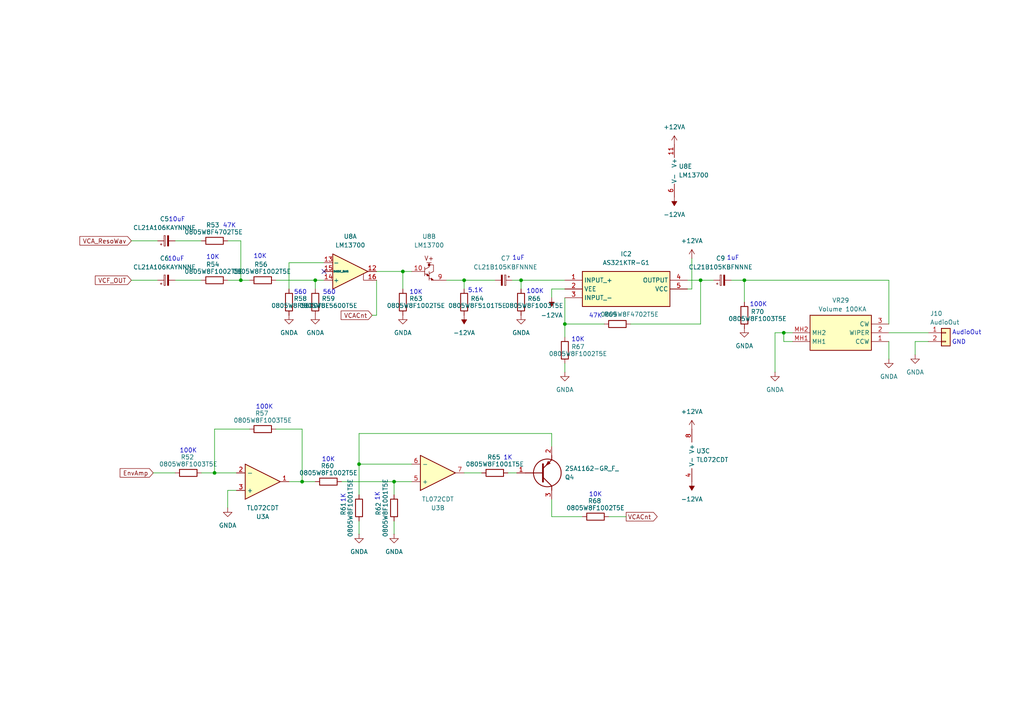
<source format=kicad_sch>
(kicad_sch (version 20250114) (generator "eeschema") (generator_version "9.0")
  (paper "A4")
  (lib_symbols
    (symbol "Amplifier_Operational:LM13700" (pin_names (offset 0.127))
      (property "Reference" "U" (at 3.81 5.08 0))
      (property "Value" "LM13700" (at 5.08 -5.08 0))
      (symbol "LM13700_1_1"
        (polyline (pts (xy 3.81 -0.635) (xy 3.81 -2.54) (xy 5.08 -2.54)))
        (polyline (pts (xy 5.08 0) (xy -5.08 -5.08) (xy -5.08 5.08) (xy 5.08 0)) (stroke (width 0.254)) (fill (type background)))
        (pin input line (at -7.62 2.54 0) (length 2.54) (name "-") (number "13"))
        (pin input line (at -7.62 0 0) (length 2.54) (name "DIODE_BIAS") (number "15"))
        (pin input line (at -7.62 -2.54 0) (length 2.54) (name "+") (number "14"))
        (pin output line (at 7.62 0 180) (length 2.54) (name "~") (number "12"))
        (pin input line (at 7.62 -2.54 180) (length 2.54) (name "~") (number "16"))
      )
      (symbol "LM13700_2_0"
        (polyline (pts (xy -1.905 2.54) (xy -3.175 2.54)))
      )
      (symbol "LM13700_2_1"
        (polyline (pts (xy -3.81 1.27) (xy -3.81 -1.27)))
        (polyline (pts (xy -3.81 0.635) (xy -2.54 1.27) (xy -2.54 1.905) (xy -2.54 2.54)))
        (polyline (pts (xy -3.81 -0.635) (xy -2.54 -1.27)))
        (circle (center -2.54 1.905) (radius 0.254) (stroke (width 0.254)) (fill (type outline)))
        (polyline (pts (xy -2.54 0) (xy -2.54 -2.54)))
        (polyline (pts (xy -2.54 -0.635) (xy -1.27 0) (xy -1.27 1.905) (xy -2.54 1.905)))
        (polyline (pts (xy -2.54 -1.27) (xy -3.175 -0.635) (xy -3.175 -1.27) (xy -2.54 -1.27)) (fill (type outline)))
        (polyline (pts (xy -2.54 -1.905) (xy -1.27 -2.54)))
        (polyline (pts (xy -1.27 -2.54) (xy -1.905 -1.905) (xy -1.905 -2.54) (xy -1.27 -2.54)) (fill (type outline)))
        (text "V+" (at -2.54 3.81 0) (effects (font (size 1.27 1.27))))
        (pin input line (at -7.62 0 0) (length 3.81) (name "~") (number "10"))
        (pin output line (at 2.54 -2.54 180) (length 3.81) (name "~") (number "9"))
      )
      (symbol "LM13700_3_1"
        (polyline (pts (xy 3.81 -0.635) (xy 3.81 -2.54) (xy 5.08 -2.54)))
        (polyline (pts (xy 5.08 0) (xy -5.08 -5.08) (xy -5.08 5.08) (xy 5.08 0)) (stroke (width 0.254)) (fill (type background)))
        (pin input line (at -7.62 2.54 0) (length 2.54) (name "-") (number "4"))
        (pin input line (at -7.62 0 0) (length 2.54) (name "DIODE_BIAS") (number "2"))
        (pin input line (at -7.62 -2.54 0) (length 2.54) (name "+") (number "3"))
        (pin output line (at 7.62 0 180) (length 2.54) (name "~") (number "5"))
        (pin input line (at 7.62 -2.54 180) (length 2.54) (name "~") (number "1"))
      )
      (symbol "LM13700_4_0"
        (polyline (pts (xy -3.175 2.54) (xy -1.905 2.54)))
        (text "V+" (at -2.54 3.81 0) (effects (font (size 1.27 1.27))))
      )
      (symbol "LM13700_4_1"
        (polyline (pts (xy -3.81 1.27) (xy -3.81 -1.27)))
        (polyline (pts (xy -3.81 0.635) (xy -2.54 1.27) (xy -2.54 2.54)))
        (polyline (pts (xy -3.81 -0.635) (xy -2.54 -1.27)))
        (circle (center -2.54 1.905) (radius 0.254) (stroke (width 0.254)) (fill (type outline)))
        (polyline (pts (xy -2.54 0) (xy -2.54 -2.54)))
        (polyline (pts (xy -2.54 -0.635) (xy -1.27 0) (xy -1.27 1.905) (xy -2.54 1.905)))
        (polyline (pts (xy -2.54 -1.27) (xy -3.175 -0.635) (xy -3.175 -1.27) (xy -2.54 -1.27)) (fill (type outline)))
        (polyline (pts (xy -2.54 -1.905) (xy -1.27 -2.54)))
        (polyline (pts (xy -1.27 -2.54) (xy -1.905 -1.905) (xy -1.905 -2.54) (xy -1.27 -2.54)) (fill (type outline)))
        (pin input line (at -7.62 0 0) (length 3.81) (name "~") (number "7"))
        (pin output line (at 2.54 -2.54 180) (length 3.81) (name "~") (number "8"))
      )
      (symbol "LM13700_5_1"
        (pin power_in line (at -2.54 7.62 270) (length 3.81) (name "V+") (number "11"))
        (pin power_in line (at -2.54 -7.62 90) (length 3.81) (name "V-") (number "6"))
      )
    )
    (symbol "Connector_Generic:Conn_01x02" (pin_names (offset 1.016) (hide yes))
      (property "Reference" "J" (at 0 2.54 0))
      (property "Value" "Conn_01x02" (at 0 -5.08 0))
      (symbol "Conn_01x02_1_1"
        (rectangle (start -1.27 1.27) (end 1.27 -3.81) (stroke (width 0.254)) (fill (type background)))
        (rectangle (start -1.27 0.127) (end 0 -0.127) (stroke (width 0.1524)))
        (rectangle (start -1.27 -2.413) (end 0 -2.667) (stroke (width 0.1524)))
        (pin passive line (at -5.08 0 0) (length 3.81) (name "Pin_1") (number "1"))
        (pin passive line (at -5.08 -2.54 0) (length 3.81) (name "Pin_2") (number "2"))
      )
    )
    (symbol "Device:C_Polarized_Small" (pin_numbers (hide yes)) (pin_names (offset 0.254) (hide yes))
      (property "Reference" "C" (at 0.254 1.778 0))
      (property "Value" "C_Polarized_Small" (at 0.254 -2.032 0))
      (symbol "C_Polarized_Small_0_1"
        (rectangle (start -1.524 0.6858) (end 1.524 0.3048))
        (rectangle (start -1.524 -0.3048) (end 1.524 -0.6858) (fill (type outline)))
        (polyline (pts (xy -1.27 1.524) (xy -0.762 1.524)))
        (polyline (pts (xy -1.016 1.27) (xy -1.016 1.778)))
      )
      (symbol "C_Polarized_Small_1_1"
        (pin passive line (at 0 2.54 270) (length 1.8542) (name "~") (number "1"))
        (pin passive line (at 0 -2.54 90) (length 1.8542) (name "~") (number "2"))
      )
    )
    (symbol "Device:Opamp_Dual"
      (property "Reference" "U" (at 0 5.08 0))
      (property "Value" "Opamp_Dual" (at 0 -5.08 0))
      (symbol "Opamp_Dual_1_1"
        (polyline (pts (xy -5.08 5.08) (xy 5.08 0) (xy -5.08 -5.08) (xy -5.08 5.08)) (stroke (width 0.254)) (fill (type background)))
        (pin input line (at -7.62 2.54 0) (length 2.54) (name "+") (number "3"))
        (pin input line (at -7.62 -2.54 0) (length 2.54) (name "-") (number "2"))
        (pin output line (at 7.62 0 180) (length 2.54) (name "~") (number "1"))
      )
      (symbol "Opamp_Dual_2_1"
        (polyline (pts (xy -5.08 5.08) (xy 5.08 0) (xy -5.08 -5.08) (xy -5.08 5.08)) (stroke (width 0.254)) (fill (type background)))
        (pin input line (at -7.62 2.54 0) (length 2.54) (name "+") (number "5"))
        (pin input line (at -7.62 -2.54 0) (length 2.54) (name "-") (number "6"))
        (pin output line (at 7.62 0 180) (length 2.54) (name "~") (number "7"))
      )
      (symbol "Opamp_Dual_3_1"
        (pin power_in line (at -2.54 7.62 270) (length 3.81) (name "V+") (number "8"))
        (pin power_in line (at -2.54 -7.62 90) (length 3.81) (name "V-") (number "4"))
      )
    )
    (symbol "Device:R" (pin_numbers (hide yes)) (pin_names (offset 0))
      (property "Reference" "R" (at 2.032 0 90))
      (property "Value" "R" (at 0 0 90))
      (symbol "R_0_1"
        (rectangle (start -1.016 -2.54) (end 1.016 2.54) (stroke (width 0.254)))
      )
      (symbol "R_1_1"
        (pin passive line (at 0 3.81 270) (length 1.27) (name "~") (number "1"))
        (pin passive line (at 0 -3.81 90) (length 1.27) (name "~") (number "2"))
      )
    )
    (symbol "SamacSys_Parts:2SA1162-GR_F_" (pin_names (hide yes))
      (property "Reference" "Q" (at 13.97 1.27 0))
      (property "Value" "2SA1162-GR_F_" (at 13.97 -1.27 0))
      (symbol "2SA1162-GR_F__1_1"
        (polyline (pts (xy 2.54 0) (xy 7.62 0)) (stroke (width 0.254)))
        (polyline (pts (xy 7.62 2.54) (xy 7.62 -2.54)) (stroke (width 0.508)))
        (polyline (pts (xy 7.62 1.27) (xy 10.16 3.81)) (stroke (width 0.254)))
        (polyline (pts (xy 7.62 -1.27) (xy 10.16 -3.81)) (stroke (width 0.254)))
        (circle (center 8.89 0) (radius 4.016) (stroke (width 0.254)))
        (polyline (pts (xy 9.652 -2.794) (xy 9.144 -3.302) (xy 8.636 -2.286) (xy 9.652 -2.794)) (stroke (width 0.254)) (fill (type outline)))
        (polyline (pts (xy 10.16 3.81) (xy 10.16 5.08)) (stroke (width 0.254)))
        (polyline (pts (xy 10.16 -3.81) (xy 10.16 -5.08)) (stroke (width 0.254)))
        (pin passive line (at 0 0 0) (length 2.54) (name "B") (number "1"))
        (pin passive line (at 10.16 7.62 270) (length 2.54) (name "C") (number "3"))
        (pin passive line (at 10.16 -7.62 90) (length 2.54) (name "E") (number "2"))
      )
    )
    (symbol "SamacSys_Parts:AS321KTR-E1"
      (property "Reference" "D" (at 31.75 7.62 0))
      (property "Value" "AS321KTR-E1" (at 31.75 5.08 0))
      (symbol "AS321KTR-E1_1_1"
        (rectangle (start 5.08 2.54) (end 30.48 -7.62) (stroke (width 0.254)) (fill (type background)))
        (pin passive line (at 0 0 0) (length 5.08) (name "INPUT_+") (number "1"))
        (pin passive line (at 0 -2.54 0) (length 5.08) (name "VEE") (number "2"))
        (pin passive line (at 0 -5.08 0) (length 5.08) (name "INPUT_-") (number "3"))
        (pin passive line (at 35.56 0 180) (length 5.08) (name "OUTPUT") (number "4"))
        (pin passive line (at 35.56 -2.54 180) (length 5.08) (name "VCC") (number "5"))
      )
    )
    (symbol "SamacSys_Parts:RK09D117000B"
      (property "Reference" "VR" (at 24.13 7.62 0))
      (property "Value" "RK09D117000B" (at 24.13 5.08 0))
      (symbol "RK09D117000B_1_1"
        (rectangle (start 5.08 2.54) (end 22.86 -7.62) (stroke (width 0.254)) (fill (type background)))
        (pin passive line (at 0 0 0) (length 5.08) (name "CCW") (number "1"))
        (pin passive line (at 0 -2.54 0) (length 5.08) (name "WIPER") (number "2"))
        (pin passive line (at 0 -5.08 0) (length 5.08) (name "CW") (number "3"))
        (pin passive line (at 27.94 0 180) (length 5.08) (name "MH1") (number "MH1"))
        (pin passive line (at 27.94 -2.54 180) (length 5.08) (name "MH2") (number "MH2"))
      )
    )
    (symbol "power:+12VA" (power) (pin_numbers (hide yes)) (pin_names (offset 0) (hide yes))
      (property "Value" "+12VA" (at 0 3.556 0))
      (symbol "+12VA_0_1"
        (polyline (pts (xy -0.762 1.27) (xy 0 2.54)))
        (polyline (pts (xy 0 2.54) (xy 0.762 1.27)))
        (polyline (pts (xy 0 0) (xy 0 2.54)))
      )
      (symbol "+12VA_1_1"
        (pin power_in line (at 0 0 90) (length 0) (name "~") (number "1"))
      )
    )
    (symbol "power:-12VA" (power) (pin_numbers (hide yes)) (pin_names (offset 0) (hide yes))
      (property "Value" "-12VA" (at 0 3.556 0))
      (symbol "-12VA_0_0"
        (pin power_in line (at 0 0 90) (length 0) (name "~") (number "1"))
      )
      (symbol "-12VA_0_1"
        (polyline (pts (xy 0 0) (xy 0 1.27) (xy 0.762 1.27) (xy 0 2.54) (xy -0.762 1.27) (xy 0 1.27)) (fill (type outline)))
      )
    )
    (symbol "power:GNDA" (power) (pin_numbers (hide yes)) (pin_names (offset 0) (hide yes))
      (property "Value" "GNDA" (at 0 -3.81 0))
      (symbol "GNDA_0_1"
        (polyline (pts (xy 0 0) (xy 0 -1.27) (xy 1.27 -1.27) (xy 0 -2.54) (xy -1.27 -1.27) (xy 0 -1.27)))
      )
      (symbol "GNDA_1_1"
        (pin power_in line (at 0 0 270) (length 0) (name "~") (number "1"))
      )
    )
  )
  (text "10K" (at 61.722 74.676 0) (effects (font (size 1.27 1.27))))
  (text "10K" (at 95.25 133.35 0) (effects (font (size 1.27 1.27))))
  (text "10K" (at 172.72 143.51 0) (effects (font (size 1.27 1.27))))
  (text "100K" (at 219.964 88.392 0) (effects (font (size 1.27 1.27))))
  (text "47K" (at 66.548 65.532 0) (effects (font (size 1.27 1.27))))
  (text "1uF" (at 212.598 74.93 0) (effects (font (size 1.27 1.27))))
  (text "10K" (at 167.64 98.552 0) (effects (font (size 1.27 1.27))))
  (text "10uF" (at 51.308 63.754 0) (effects (font (size 1.27 1.27))))
  (text "10uF" (at 51.054 75.184 0) (effects (font (size 1.27 1.27))))
  (text "100K" (at 155.194 84.582 0) (effects (font (size 1.27 1.27))))
  (text "5.1K" (at 137.922 84.328 0) (effects (font (size 1.27 1.27))))
  (text "560" (at 87.122 84.836 0) (effects (font (size 1.27 1.27))))
  (text "100K" (at 76.708 118.11 0) (effects (font (size 1.27 1.27))))
  (text "100K" (at 54.61 130.81 0) (effects (font (size 1.27 1.27))))
  (text "10K" (at 75.438 74.422 0) (effects (font (size 1.27 1.27))))
  (text "1K" (at 109.474 144.018 90) (effects (font (size 1.27 1.27))))
  (text "560" (at 95.504 84.836 0) (effects (font (size 1.27 1.27))))
  (text "1K" (at 147.32 132.842 0) (effects (font (size 1.27 1.27))))
  (text "GND" (at 278.13 99.314 0) (effects (font (size 1.27 1.27))))
  (text "1uF" (at 150.368 74.93 0) (effects (font (size 1.27 1.27))))
  (text "47K" (at 172.72 91.694 0) (effects (font (size 1.27 1.27))))
  (text "10K" (at 120.65 84.836 0) (effects (font (size 1.27 1.27))))
  (text "1K" (at 99.568 144.526 90) (effects (font (size 1.27 1.27))))
  (text "AudioOut" (at 280.416 96.52 0) (effects (font (size 1.27 1.27))))
  (junction (at 62.23 137.16))
  (junction (at 116.84 78.74))
  (junction (at 215.9 81.28))
  (junction (at 163.83 93.98))
  (junction (at 104.14 134.62))
  (junction (at 203.2 81.28))
  (junction (at 91.44 81.28))
  (junction (at 87.63 139.7))
  (junction (at 227.33 96.52))
  (junction (at 69.85 81.28))
  (junction (at 134.62 81.28))
  (junction (at 151.13 81.28))
  (junction (at 114.3 139.7))
  (no_connect (at 93.98 78.74))
  (wire (pts (xy 80.01 124.46) (xy 87.63 124.46)))
  (wire (pts (xy 163.83 86.36) (xy 163.83 93.98)))
  (wire (pts (xy 160.02 83.82) (xy 160.02 86.36)))
  (wire (pts (xy 72.39 124.46) (xy 62.23 124.46)))
  (wire (pts (xy 200.66 83.82) (xy 199.39 83.82)))
  (wire (pts (xy 50.8 81.28) (xy 58.42 81.28)))
  (wire (pts (xy 104.14 125.73) (xy 104.14 134.62)))
  (wire (pts (xy 229.87 96.52) (xy 227.33 96.52)))
  (wire (pts (xy 215.9 81.28) (xy 215.9 87.63)))
  (wire (pts (xy 69.85 81.28) (xy 72.39 81.28)))
  (wire (pts (xy 109.22 91.44) (xy 107.95 91.44)))
  (wire (pts (xy 66.04 142.24) (xy 66.04 147.32)))
  (wire (pts (xy 229.87 99.06) (xy 227.33 99.06)))
  (wire (pts (xy 87.63 139.7) (xy 91.44 139.7)))
  (wire (pts (xy 50.8 69.85) (xy 58.42 69.85)))
  (wire (pts (xy 203.2 81.28) (xy 203.2 93.98)))
  (wire (pts (xy 212.09 81.28) (xy 215.9 81.28)))
  (wire (pts (xy 134.62 81.28) (xy 143.51 81.28)))
  (wire (pts (xy 91.44 81.28) (xy 80.01 81.28)))
  (wire (pts (xy 62.23 124.46) (xy 62.23 137.16)))
  (wire (pts (xy 62.23 137.16) (xy 68.58 137.16)))
  (wire (pts (xy 114.3 139.7) (xy 114.3 143.51)))
  (wire (pts (xy 114.3 151.13) (xy 114.3 154.94)))
  (wire (pts (xy 148.59 81.28) (xy 151.13 81.28)))
  (wire (pts (xy 163.83 93.98) (xy 163.83 97.79)))
  (wire (pts (xy 215.9 81.28) (xy 257.81 81.28)))
  (wire (pts (xy 160.02 125.73) (xy 160.02 129.54)))
  (wire (pts (xy 199.39 81.28) (xy 203.2 81.28)))
  (wire (pts (xy 176.53 149.86) (xy 181.61 149.86)))
  (wire (pts (xy 58.42 137.16) (xy 62.23 137.16)))
  (wire (pts (xy 93.98 76.2) (xy 83.82 76.2)))
  (wire (pts (xy 224.79 96.52) (xy 227.33 96.52)))
  (wire (pts (xy 200.66 74.93) (xy 200.66 83.82)))
  (wire (pts (xy 116.84 83.82) (xy 116.84 78.74)))
  (wire (pts (xy 160.02 125.73) (xy 104.14 125.73)))
  (wire (pts (xy 134.62 81.28) (xy 134.62 83.82)))
  (wire (pts (xy 104.14 134.62) (xy 119.38 134.62)))
  (wire (pts (xy 116.84 78.74) (xy 119.38 78.74)))
  (wire (pts (xy 91.44 81.28) (xy 93.98 81.28)))
  (wire (pts (xy 160.02 144.78) (xy 160.02 149.86)))
  (wire (pts (xy 265.43 99.06) (xy 265.43 102.87)))
  (wire (pts (xy 104.14 143.51) (xy 104.14 134.62)))
  (wire (pts (xy 151.13 81.28) (xy 151.13 83.82)))
  (wire (pts (xy 203.2 93.98) (xy 182.88 93.98)))
  (wire (pts (xy 109.22 81.28) (xy 109.22 91.44)))
  (wire (pts (xy 66.04 81.28) (xy 69.85 81.28)))
  (wire (pts (xy 129.54 81.28) (xy 134.62 81.28)))
  (wire (pts (xy 38.1 81.28) (xy 45.72 81.28)))
  (wire (pts (xy 163.83 93.98) (xy 175.26 93.98)))
  (wire (pts (xy 91.44 81.28) (xy 91.44 83.82)))
  (wire (pts (xy 44.45 137.16) (xy 50.8 137.16)))
  (wire (pts (xy 38.1 69.85) (xy 45.72 69.85)))
  (wire (pts (xy 66.04 69.85) (xy 69.85 69.85)))
  (wire (pts (xy 257.81 81.28) (xy 257.81 93.98)))
  (wire (pts (xy 87.63 139.7) (xy 87.63 124.46)))
  (wire (pts (xy 151.13 81.28) (xy 163.83 81.28)))
  (wire (pts (xy 163.83 83.82) (xy 160.02 83.82)))
  (wire (pts (xy 269.24 99.06) (xy 265.43 99.06)))
  (wire (pts (xy 224.79 96.52) (xy 224.79 107.95)))
  (wire (pts (xy 66.04 142.24) (xy 68.58 142.24)))
  (wire (pts (xy 83.82 139.7) (xy 87.63 139.7)))
  (wire (pts (xy 99.06 139.7) (xy 114.3 139.7)))
  (wire (pts (xy 83.82 76.2) (xy 83.82 83.82)))
  (wire (pts (xy 203.2 81.28) (xy 207.01 81.28)))
  (wire (pts (xy 227.33 99.06) (xy 227.33 96.52)))
  (wire (pts (xy 257.81 96.52) (xy 269.24 96.52)))
  (wire (pts (xy 109.22 78.74) (xy 116.84 78.74)))
  (wire (pts (xy 257.81 99.06) (xy 257.81 104.14)))
  (wire (pts (xy 69.85 69.85) (xy 69.85 81.28)))
  (wire (pts (xy 104.14 151.13) (xy 104.14 154.94)))
  (wire (pts (xy 134.62 137.16) (xy 139.7 137.16)))
  (wire (pts (xy 163.83 105.41) (xy 163.83 107.95)))
  (wire (pts (xy 147.32 137.16) (xy 149.86 137.16)))
  (wire (pts (xy 160.02 149.86) (xy 168.91 149.86)))
  (wire (pts (xy 119.38 139.7) (xy 114.3 139.7)))
  (global_label "VCA_ResoWav" (shape input) (at 38.1 69.85 180) (property "Intersheetrefs" "${INTERSHEET_REFS}" (effects (hide yes))))
  (global_label "VCACnt" (shape input) (at 107.95 91.44 180) (property "Intersheetrefs" "${INTERSHEET_REFS}" (effects (hide yes))))
  (global_label "VCACnt" (shape output) (at 181.61 149.86 0) (property "Intersheetrefs" "${INTERSHEET_REFS}" (effects (hide yes))))
  (global_label "VCF_OUT" (shape input) (at 38.1 81.28 180) (property "Intersheetrefs" "${INTERSHEET_REFS}" (effects (hide yes))))
  (global_label "EnvAmp" (shape input) (at 44.45 137.16 180) (property "Intersheetrefs" "${INTERSHEET_REFS}" (effects (hide yes))))
  (symbol (lib_id "Device:R") (at 91.44 87.63 0) (mirror x) (unit 1)
    (property "Reference" "R59" (at 95.25 86.614 0))
    (property "Value" "0805W8F5600T5E" (at 95.25 88.646 0))
    (property "Footprint" "Resistor_SMD:R_0805_2012Metric_Pad1.20x1.40mm_HandSolder" (effects (hide yes)))
    (property "Description" "Resistor" (effects (hide yes)))
  )
  (symbol (lib_id "Device:C_Polarized_Small") (at 48.26 81.28 90) (unit 1)
    (property "Reference" "C6" (at 47.7139 74.93 90))
    (property "Value" "CL21A106KAYNNNE" (at 47.7139 77.47 90))
    (property "Footprint" "Capacitor_SMD:C_0805_2012Metric_Pad1.18x1.45mm_HandSolder" (effects (hide yes)))
    (property "Description" "Polarized capacitor, small symbol" (effects (hide yes)))
  )
  (symbol (lib_id "Device:R") (at 83.82 87.63 0) (mirror x) (unit 1)
    (property "Reference" "R58" (at 87.122 86.614 0))
    (property "Value" "0805W8F5600T5E" (at 87.122 88.646 0))
    (property "Footprint" "Resistor_SMD:R_0805_2012Metric_Pad1.20x1.40mm_HandSolder" (effects (hide yes)))
    (property "Description" "Resistor" (effects (hide yes)))
  )
  (symbol (lib_id "power:+12VA") (at 195.58 41.91 0) (unit 1)
    (property "Reference" "#PWR0124" (effects (hide yes)))
    (property "Value" "+12VA" (at 195.58 36.83 0))
    (property "Description" "Power symbol creates a global label with name \"+12VA\"" (effects (hide yes)))
  )
  (symbol (lib_id "power:GNDA") (at 265.43 102.87 0) (unit 1)
    (property "Reference" "#PWR0126" (effects (hide yes)))
    (property "Value" "GNDA" (at 265.43 107.95 0))
    (property "Description" "Power symbol creates a global label with name \"GNDA\" , analog ground" (effects (hide yes)))
  )
  (symbol (lib_id "Device:R") (at 76.2 124.46 90) (unit 1)
    (property "Reference" "R57" (at 75.946 119.888 90))
    (property "Value" "0805W8F1003T5E" (at 76.2 121.92 90))
    (property "Footprint" "Resistor_SMD:R_0805_2012Metric_Pad1.20x1.40mm_HandSolder" (effects (hide yes)))
    (property "Description" "Resistor" (effects (hide yes)))
  )
  (symbol (lib_id "SamacSys_Parts:2SA1162-GR_F_") (at 149.86 137.16 0) (mirror x) (unit 1)
    (property "Reference" "Q4" (at 163.83 138.4301 0) (effects (justify left)))
    (property "Value" "2SA1162-GR_F_" (at 163.83 135.8901 0) (effects (justify left)))
    (property "Footprint" "SamacSys_parts:1SS294LFT" (effects (hide yes)))
    (property "Datasheet" "https://toshiba.semicon-storage.com/ap-en/product/bipolar-transistor/bipolar-transistor/detail.2SA1162.html" (effects (hide yes)))
    (property "Description" "Transistor Toshiba 2SA1162-GR(F) PNP Bipolar Transistor, 0.15 A, 50 V, 3-Pin SC-59" (effects (hide yes)))
    (property "Height" "1.4" (effects (hide yes)))
    (property "Manufacturer_Name" "Toshiba" (effects (hide yes)))
    (property "Manufacturer_Part_Number" "2SA1162-GR(F)" (effects (hide yes)))
  )
  (symbol (lib_id "SamacSys_Parts:AS321KTR-E1") (at 163.83 81.28 0) (unit 1)
    (property "Reference" "IC2" (at 181.61 73.66 0))
    (property "Value" "AS321KTR-G1" (at 181.61 76.2 0))
    (property "Footprint" "SamacSys_parts:SOT95P282X145-5N" (effects (hide yes)))
    (property "Datasheet" "https://www.diodes.com//assets/Datasheets/AS321.pdf" (effects (hide yes)))
    (property "Description" "Excellent Phase Margin: 60 deg.  Large Voltage Gain: 100dB (Typical)  Low Input Bias Current: 20nA (Typical)  Low Input Offset Voltage: 2mV (Typical)  Low Supply Current: 0.35mA at VCC = 5V  Wide Power Supply Voltage:  Single Supply: 3V to 36V  Dual Supplies: +/-1.5V to +/-18V  Wide Input Common Mode Voltage Range: 0V to VCC-1.5V  Lead-Free Packages: SOT25  Totally Lead-Free; RoHS Compliant (Notes 1 & 2)  Lead-Free Packages, Available in Green Molding Compound: SOT25  Totally Lead-F" (effects (hide yes)))
    (property "Height" "1.45" (effects (hide yes)))
    (property "Manufacturer_Name" "Diodes Incorporated" (effects (hide yes)))
    (property "Manufacturer_Part_Number" "AS321KTR-E1" (effects (hide yes)))
    (property "Mouser Part Number" "621-AS321KTR-E1" (effects (hide yes)))
    (property "Mouser Price/Stock" "https://www.mouser.co.uk/ProductDetail/Diodes-Incorporated/AS321KTR-E1?qs=5V6w%252Be2aIqbJH6DETpx4Lw%3D%3D" (effects (hide yes)))
    (property "Arrow Part Number" "AS321KTR-E1" (effects (hide yes)))
    (property "Arrow Price/Stock" "https://www.arrow.com/en/products/as321ktr-e1/diodes-incorporated?region=nac" (effects (hide yes)))
  )
  (symbol (lib_id "Device:R") (at 62.23 81.28 270) (mirror x) (unit 1)
    (property "Reference" "R54" (at 61.722 76.708 90))
    (property "Value" "0805W8F1002T5E" (at 61.976 78.74 90))
    (property "Footprint" "Resistor_SMD:R_0805_2012Metric_Pad1.20x1.40mm_HandSolder" (effects (hide yes)))
    (property "Description" "Resistor" (effects (hide yes)))
  )
  (symbol (lib_id "power:GNDA") (at 215.9 95.25 0) (mirror y) (unit 1)
    (property "Reference" "#PWR0122" (effects (hide yes)))
    (property "Value" "GNDA" (at 215.9 100.33 0))
    (property "Description" "Power symbol creates a global label with name \"GNDA\" , analog ground" (effects (hide yes)))
  )
  (symbol (lib_id "Device:R") (at 116.84 87.63 0) (mirror x) (unit 1)
    (property "Reference" "R63" (at 120.65 86.614 0))
    (property "Value" "0805W8F1002T5E" (at 120.65 88.646 0))
    (property "Footprint" "Resistor_SMD:R_0805_2012Metric_Pad1.20x1.40mm_HandSolder" (effects (hide yes)))
    (property "Description" "Resistor" (effects (hide yes)))
  )
  (symbol (lib_id "power:GNDA") (at 163.83 107.95 0) (mirror y) (unit 1)
    (property "Reference" "#PWR0121" (effects (hide yes)))
    (property "Value" "GNDA" (at 163.83 113.03 0))
    (property "Description" "Power symbol creates a global label with name \"GNDA\" , analog ground" (effects (hide yes)))
  )
  (symbol (lib_id "Device:R") (at 114.3 147.32 180) (unit 1)
    (property "Reference" "R62" (at 109.728 147.574 90))
    (property "Value" "0805W8F1001T5E" (at 111.76 147.32 90))
    (property "Footprint" "Resistor_SMD:R_0805_2012Metric_Pad1.20x1.40mm_HandSolder" (effects (hide yes)))
    (property "Description" "Resistor" (effects (hide yes)))
  )
  (symbol (lib_id "Connector_Generic:Conn_01x02") (at 274.32 96.52 0) (unit 1)
    (property "Reference" "J10" (at 269.748 90.932 0) (effects (justify left)))
    (property "Value" "AudioOut" (at 269.748 93.472 0) (effects (justify left)))
    (property "Footprint" "Connector_PinHeader_2.54mm:PinHeader_1x02_P2.54mm_Vertical" (effects (hide yes)))
    (property "Description" "Generic connector, single row, 01x02, script generated (kicad-library-utils/schlib/autogen/connector/)" (effects (hide yes)))
  )
  (symbol (lib_id "power:GNDA") (at 257.81 104.14 0) (unit 1)
    (property "Reference" "#PWR0125" (effects (hide yes)))
    (property "Value" "GNDA" (at 257.81 109.22 0))
    (property "Description" "Power symbol creates a global label with name \"GNDA\" , analog ground" (effects (hide yes)))
  )
  (symbol (lib_id "power:GNDA") (at 151.13 91.44 0) (mirror y) (unit 1)
    (property "Reference" "#PWR0120" (effects (hide yes)))
    (property "Value" "GNDA" (at 151.13 96.52 0))
    (property "Description" "Power symbol creates a global label with name \"GNDA\" , analog ground" (effects (hide yes)))
  )
  (symbol (lib_id "Device:R") (at 163.83 101.6 0) (mirror x) (unit 1)
    (property "Reference" "R67" (at 167.64 100.584 0))
    (property "Value" "0805W8F1002T5E" (at 167.64 102.616 0))
    (property "Footprint" "Resistor_SMD:R_0805_2012Metric_Pad1.20x1.40mm_HandSolder" (effects (hide yes)))
    (property "Description" "Resistor" (effects (hide yes)))
  )
  (symbol (lib_id "Device:R") (at 54.61 137.16 90) (unit 1)
    (property "Reference" "R52" (at 54.356 132.588 90))
    (property "Value" "0805W8F1003T5E" (at 54.61 134.62 90))
    (property "Footprint" "Resistor_SMD:R_0805_2012Metric_Pad1.20x1.40mm_HandSolder" (effects (hide yes)))
    (property "Description" "Resistor" (effects (hide yes)))
  )
  (symbol (lib_id "Device:R") (at 143.51 137.16 90) (unit 1)
    (property "Reference" "R65" (at 143.256 132.588 90))
    (property "Value" "0805W8F1001T5E" (at 143.51 134.62 90))
    (property "Footprint" "Resistor_SMD:R_0805_2012Metric_Pad1.20x1.40mm_HandSolder" (effects (hide yes)))
    (property "Description" "Resistor" (effects (hide yes)))
  )
  (symbol (lib_id "Device:C_Polarized_Small") (at 209.55 81.28 90) (unit 1)
    (property "Reference" "C9" (at 209.0039 74.93 90))
    (property "Value" "CL21B105KBFNNNE" (at 209.0039 77.47 90))
    (property "Footprint" "Capacitor_SMD:C_0805_2012Metric_Pad1.18x1.45mm_HandSolder" (effects (hide yes)))
    (property "Description" "Polarized capacitor, small symbol" (effects (hide yes)))
  )
  (symbol (lib_id "power:-12VA") (at 134.62 91.44 180) (unit 1)
    (property "Reference" "#PWR0119" (effects (hide yes)))
    (property "Value" "-12VA" (at 134.62 96.52 0))
    (property "Description" "Power symbol creates a global label with name \"-12VA\"" (effects (hide yes)))
  )
  (symbol (lib_id "Device:R") (at 179.07 93.98 270) (mirror x) (unit 1)
    (property "Reference" "R69" (at 177.038 91.186 90))
    (property "Value" "0805W8F4702T5E" (at 182.626 91.186 90))
    (property "Footprint" "Resistor_SMD:R_0805_2012Metric_Pad1.20x1.40mm_HandSolder" (effects (hide yes)))
    (property "Description" "Resistor" (effects (hide yes)))
  )
  (symbol (lib_id "Device:R") (at 95.25 139.7 90) (unit 1)
    (property "Reference" "R60" (at 94.996 135.128 90))
    (property "Value" "0805W8F1002T5E" (at 95.25 137.16 90))
    (property "Footprint" "Resistor_SMD:R_0805_2012Metric_Pad1.20x1.40mm_HandSolder" (effects (hide yes)))
    (property "Description" "Resistor" (effects (hide yes)))
  )
  (symbol (lib_id "Device:R") (at 134.62 87.63 0) (mirror x) (unit 1)
    (property "Reference" "R64" (at 138.43 86.614 0))
    (property "Value" "0805W8F5101T5E" (at 138.43 88.646 0))
    (property "Footprint" "Resistor_SMD:R_0805_2012Metric_Pad1.20x1.40mm_HandSolder" (effects (hide yes)))
    (property "Description" "Resistor" (effects (hide yes)))
  )
  (symbol (lib_id "power:GNDA") (at 91.44 91.44 0) (mirror y) (unit 1)
    (property "Reference" "#PWR0114" (effects (hide yes)))
    (property "Value" "GNDA" (at 91.44 96.52 0))
    (property "Description" "Power symbol creates a global label with name \"GNDA\" , analog ground" (effects (hide yes)))
  )
  (symbol (lib_id "Device:C_Polarized_Small") (at 48.26 69.85 90) (unit 1)
    (property "Reference" "C5" (at 47.7139 63.5 90))
    (property "Value" "CL21A106KAYNNNE" (at 47.7139 66.04 90))
    (property "Footprint" "Capacitor_SMD:C_0805_2012Metric_Pad1.18x1.45mm_HandSolder" (effects (hide yes)))
    (property "Description" "Polarized capacitor, small symbol" (effects (hide yes)))
  )
  (symbol (lib_id "power:-12VA") (at 160.02 86.36 180) (unit 1)
    (property "Reference" "#PWR0161" (effects (hide yes)))
    (property "Value" "-12VA" (at 160.02 91.44 0))
    (property "Description" "Power symbol creates a global label with name \"-12VA\"" (effects (hide yes)))
  )
  (symbol (lib_id "power:+12VA") (at 200.66 74.93 0) (unit 1)
    (property "Reference" "#PWR0160" (effects (hide yes)))
    (property "Value" "+12VA" (at 200.66 69.85 0))
    (property "Description" "Power symbol creates a global label with name \"+12VA\"" (effects (hide yes)))
  )
  (symbol (lib_id "Device:R") (at 76.2 81.28 270) (mirror x) (unit 1)
    (property "Reference" "R56" (at 75.692 76.708 90))
    (property "Value" "0805W8F1002T5E" (at 75.946 78.74 90))
    (property "Footprint" "Resistor_SMD:R_0805_2012Metric_Pad1.20x1.40mm_HandSolder" (effects (hide yes)))
    (property "Description" "Resistor" (effects (hide yes)))
  )
  (symbol (lib_id "power:GNDA") (at 224.79 107.95 0) (unit 1)
    (property "Reference" "#PWR0123" (effects (hide yes)))
    (property "Value" "GNDA" (at 224.79 113.03 0))
    (property "Description" "Power symbol creates a global label with name \"GNDA\" , analog ground" (effects (hide yes)))
  )
  (symbol (lib_id "Device:Opamp_Dual") (at 76.2 139.7 0) (mirror x) (unit 1)
    (property "Reference" "U3" (at 76.2 149.86 0))
    (property "Value" "TL072CDT" (at 76.2 147.32 0))
    (property "Footprint" "Package_SO:SOIC-8_3.9x4.9mm_P1.27mm" (effects (hide yes)))
    (property "Description" "Dual operational amplifier" (effects (hide yes)))
    (property "Sim.Library" "${KICAD9_SYMBOL_DIR}/Simulation_SPICE.sp" (effects (hide yes)))
    (property "Sim.Name" "kicad_builtin_opamp_dual" (effects (hide yes)))
    (property "Sim.Device" "SUBCKT" (effects (hide yes)))
    (property "Sim.Pins" "1=out1 2=in1- 3=in1+ 4=vee 5=in2+ 6=in2- 7=out2 8=vcc" (effects (hide yes)))
  )
  (symbol (lib_id "Device:R") (at 172.72 149.86 90) (unit 1)
    (property "Reference" "R68" (at 172.466 145.288 90))
    (property "Value" "0805W8F1002T5E" (at 172.72 147.32 90))
    (property "Footprint" "Resistor_SMD:R_0805_2012Metric_Pad1.20x1.40mm_HandSolder" (effects (hide yes)))
    (property "Description" "Resistor" (effects (hide yes)))
  )
  (symbol (lib_id "power:-12VA") (at 195.58 57.15 180) (unit 1)
    (property "Reference" "#PWR0159" (effects (hide yes)))
    (property "Value" "-12VA" (at 195.58 62.23 0))
    (property "Description" "Power symbol creates a global label with name \"-12VA\"" (effects (hide yes)))
  )
  (symbol (lib_id "Device:C_Polarized_Small") (at 146.05 81.28 270) (unit 1)
    (property "Reference" "C7" (at 146.5961 74.93 90))
    (property "Value" "CL21B105KBFNNNE" (at 146.5961 77.47 90))
    (property "Footprint" "Capacitor_SMD:C_0805_2012Metric_Pad1.18x1.45mm_HandSolder" (effects (hide yes)))
    (property "Description" "Polarized capacitor, small symbol" (effects (hide yes)))
  )
  (symbol (lib_id "power:GNDA") (at 114.3 154.94 0) (unit 1)
    (property "Reference" "#PWR0117" (effects (hide yes)))
    (property "Value" "GNDA" (at 114.3 160.02 0))
    (property "Description" "Power symbol creates a global label with name \"GNDA\" , analog ground" (effects (hide yes)))
  )
  (symbol (lib_id "power:GNDA") (at 66.04 147.32 0) (unit 1)
    (property "Reference" "#PWR0111" (effects (hide yes)))
    (property "Value" "GNDA" (at 66.04 152.4 0))
    (property "Description" "Power symbol creates a global label with name \"GNDA\" , analog ground" (effects (hide yes)))
  )
  (symbol (lib_id "Device:R") (at 104.14 147.32 180) (unit 1)
    (property "Reference" "R61" (at 99.568 147.574 90))
    (property "Value" "0805W8F1001T5E" (at 101.6 147.32 90))
    (property "Footprint" "Resistor_SMD:R_0805_2012Metric_Pad1.20x1.40mm_HandSolder" (effects (hide yes)))
    (property "Description" "Resistor" (effects (hide yes)))
  )
  (symbol (lib_id "power:GNDA") (at 104.14 154.94 0) (unit 1)
    (property "Reference" "#PWR0116" (effects (hide yes)))
    (property "Value" "GNDA" (at 104.14 160.02 0))
    (property "Description" "Power symbol creates a global label with name \"GNDA\" , analog ground" (effects (hide yes)))
  )
  (symbol (lib_id "Device:R") (at 151.13 87.63 0) (mirror x) (unit 1)
    (property "Reference" "R66" (at 154.94 86.614 0))
    (property "Value" "0805W8F1003T5E" (at 154.94 88.646 0))
    (property "Footprint" "Resistor_SMD:R_0805_2012Metric_Pad1.20x1.40mm_HandSolder" (effects (hide yes)))
    (property "Description" "Resistor" (effects (hide yes)))
  )
  (symbol (lib_id "Amplifier_Operational:LM13700") (at 198.12 49.53 0) (unit 5)
    (property "Reference" "U8" (at 196.85 48.2599 0) (effects (justify left)))
    (property "Value" "LM13700" (at 196.85 50.7999 0) (effects (justify left)))
    (property "Footprint" "Package_SO:SOIC-16_3.9x9.9mm_P1.27mm" (effects (hide yes)))
    (property "Datasheet" "http://www.ti.com/lit/ds/symlink/lm13700.pdf" (effects (hide yes)))
    (property "Description" "Dual Operational Transconductance Amplifiers with Linearizing Diodes and Buffers, DIP-16/SOIC-16" (effects (hide yes)))
  )
  (symbol (lib_id "power:GNDA") (at 83.82 91.44 0) (mirror y) (unit 1)
    (property "Reference" "#PWR0113" (effects (hide yes)))
    (property "Value" "GNDA" (at 83.82 96.52 0))
    (property "Description" "Power symbol creates a global label with name \"GNDA\" , analog ground" (effects (hide yes)))
  )
  (symbol (lib_id "Device:R") (at 215.9 91.44 0) (mirror x) (unit 1)
    (property "Reference" "R70" (at 219.71 90.424 0))
    (property "Value" "0805W8F1003T5E" (at 219.71 92.456 0))
    (property "Footprint" "Resistor_SMD:R_0805_2012Metric_Pad1.20x1.40mm_HandSolder" (effects (hide yes)))
    (property "Description" "Resistor" (effects (hide yes)))
  )
  (symbol (lib_id "power:GNDA") (at 116.84 91.44 0) (mirror y) (unit 1)
    (property "Reference" "#PWR0118" (effects (hide yes)))
    (property "Value" "GNDA" (at 116.84 96.52 0))
    (property "Description" "Power symbol creates a global label with name \"GNDA\" , analog ground" (effects (hide yes)))
  )
  (symbol (lib_id "Amplifier_Operational:LM13700") (at 127 78.74 0) (unit 2)
    (property "Reference" "U8" (at 124.46 68.58 0))
    (property "Value" "LM13700" (at 124.46 71.12 0))
    (property "Footprint" "Package_SO:SOIC-16_3.9x9.9mm_P1.27mm" (effects (hide yes)))
    (property "Datasheet" "http://www.ti.com/lit/ds/symlink/lm13700.pdf" (effects (hide yes)))
    (property "Description" "Dual Operational Transconductance Amplifiers with Linearizing Diodes and Buffers, DIP-16/SOIC-16" (effects (hide yes)))
  )
  (symbol (lib_id "power:+12VA") (at 200.66 124.46 0) (unit 1)
    (property "Reference" "#PWR0112" (effects (hide yes)))
    (property "Value" "+12VA" (at 200.66 119.38 0))
    (property "Description" "Power symbol creates a global label with name \"+12VA\"" (effects (hide yes)))
    (instances (project "SynthBoard" (path "" (reference "#PWR0112") (unit 1))) (project "SynthBoard" (path "" (reference "#PWR044") (unit 1))))
  )
  (symbol (lib_id "Device:Opamp_Dual") (at 127 137.16 0) (mirror x) (unit 2)
    (property "Reference" "U3" (at 127 147.32 0))
    (property "Value" "TL072CDT" (at 127 144.78 0))
    (property "Footprint" "Package_SO:SOIC-8_3.9x4.9mm_P1.27mm" (effects (hide yes)))
    (property "Description" "Dual operational amplifier" (effects (hide yes)))
    (property "Sim.Library" "${KICAD9_SYMBOL_DIR}/Simulation_SPICE.sp" (effects (hide yes)))
    (property "Sim.Name" "kicad_builtin_opamp_dual" (effects (hide yes)))
    (property "Sim.Device" "SUBCKT" (effects (hide yes)))
    (property "Sim.Pins" "1=out1 2=in1- 3=in1+ 4=vee 5=in2+ 6=in2- 7=out2 8=vcc" (effects (hide yes)))
  )
  (symbol (lib_id "SamacSys_Parts:RK09D117000B") (at 257.81 99.06 180) (unit 1)
    (property "Reference" "VR29" (at 243.84 87.122 0))
    (property "Value" "Volume 100KA" (at 244.348 89.662 0))
    (property "Footprint" "SamacSys_parts:RK09D117000B" (effects (hide yes)))
    (property "Datasheet" "https://tech.alpsalpine.com/prod/j/html/potentiometer/rotarypotentiometers/rk09k/rk09d117000b.html" (effects (hide yes)))
    (property "Description" "9-inch insulated shaft snap-in type RK09K/RK09D series" (effects (hide yes)))
    (property "Height" "30" (effects (hide yes)))
    (property "Manufacturer_Name" "ALPS Electric" (effects (hide yes)))
    (property "Manufacturer_Part_Number" "RK09D117000B" (effects (hide yes)))
    (property "Mouser Part Number" "688-RK09D117000B" (effects (hide yes)))
    (property "Mouser Price/Stock" "https://www.mouser.co.uk/ProductDetail/Alps-Alpine/RK09D117000B?qs=3cOf6TWd2rbc67829PEbEQ%3D%3D" (effects (hide yes)))
    (instances (project "SynthBoard" (path "" (reference "VR29") (unit 1))) (project "SynthBoard" (path "" (reference "VR14") (unit 1))))
  )
  (symbol (lib_id "Device:R") (at 62.23 69.85 270) (mirror x) (unit 1)
    (property "Reference" "R53" (at 61.722 65.278 90))
    (property "Value" "0805W8F4702T5E" (at 61.976 67.31 90))
    (property "Footprint" "Resistor_SMD:R_0805_2012Metric_Pad1.20x1.40mm_HandSolder" (effects (hide yes)))
    (property "Description" "Resistor" (effects (hide yes)))
  )
  (symbol (lib_id "power:-12VA") (at 200.66 139.7 180) (unit 1)
    (property "Reference" "#PWR0166" (effects (hide yes)))
    (property "Value" "-12VA" (at 200.66 144.78 0))
    (property "Description" "Power symbol creates a global label with name \"-12VA\"" (effects (hide yes)))
  )
  (symbol (lib_id "Device:Opamp_Dual") (at 203.2 132.08 0) (unit 3)
    (property "Reference" "U3" (at 201.93 130.8099 0) (effects (justify left)))
    (property "Value" "TL072CDT" (at 201.93 133.3499 0) (effects (justify left)))
    (property "Footprint" "Package_SO:SOIC-8_3.9x4.9mm_P1.27mm" (effects (hide yes)))
    (property "Description" "Dual operational amplifier" (effects (hide yes)))
    (property "Sim.Library" "${KICAD9_SYMBOL_DIR}/Simulation_SPICE.sp" (effects (hide yes)))
    (property "Sim.Name" "kicad_builtin_opamp_dual" (effects (hide yes)))
    (property "Sim.Device" "SUBCKT" (effects (hide yes)))
    (property "Sim.Pins" "1=out1 2=in1- 3=in1+ 4=vee 5=in2+ 6=in2- 7=out2 8=vcc" (effects (hide yes)))
  )
  (symbol (lib_id "Amplifier_Operational:LM13700") (at 101.6 78.74 0) (unit 1)
    (property "Reference" "U8" (at 101.6 68.58 0))
    (property "Value" "LM13700" (at 101.6 71.12 0))
    (property "Footprint" "Package_SO:SOIC-16_3.9x9.9mm_P1.27mm" (effects (hide yes)))
    (property "Datasheet" "http://www.ti.com/lit/ds/symlink/lm13700.pdf" (effects (hide yes)))
    (property "Description" "Dual Operational Transconductance Amplifiers with Linearizing Diodes and Buffers, DIP-16/SOIC-16" (effects (hide yes)))
  )
)
</source>
